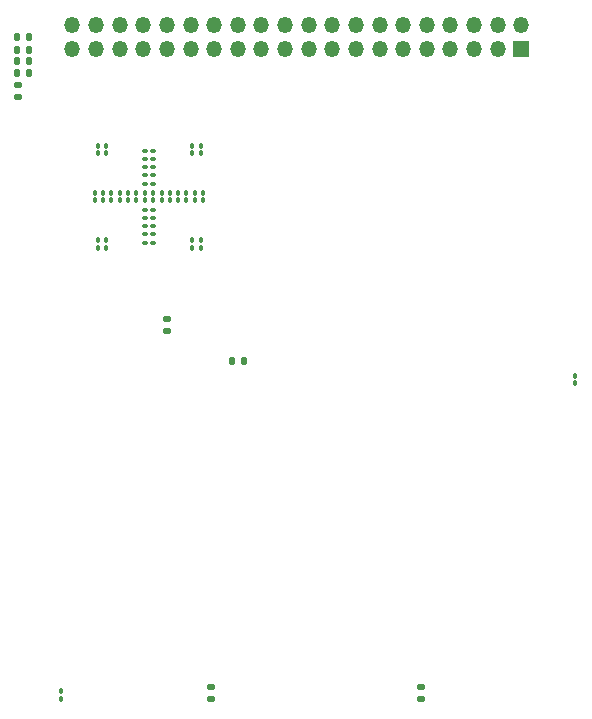
<source format=gbr>
%TF.GenerationSoftware,KiCad,Pcbnew,7.0.10*%
%TF.CreationDate,2024-03-26T21:26:04+03:00*%
%TF.ProjectId,com_1300,636f6d5f-3133-4303-902e-6b696361645f,rev?*%
%TF.SameCoordinates,Original*%
%TF.FileFunction,Soldermask,Bot*%
%TF.FilePolarity,Negative*%
%FSLAX46Y46*%
G04 Gerber Fmt 4.6, Leading zero omitted, Abs format (unit mm)*
G04 Created by KiCad (PCBNEW 7.0.10) date 2024-03-26 21:26:04*
%MOMM*%
%LPD*%
G01*
G04 APERTURE LIST*
G04 Aperture macros list*
%AMRoundRect*
0 Rectangle with rounded corners*
0 $1 Rounding radius*
0 $2 $3 $4 $5 $6 $7 $8 $9 X,Y pos of 4 corners*
0 Add a 4 corners polygon primitive as box body*
4,1,4,$2,$3,$4,$5,$6,$7,$8,$9,$2,$3,0*
0 Add four circle primitives for the rounded corners*
1,1,$1+$1,$2,$3*
1,1,$1+$1,$4,$5*
1,1,$1+$1,$6,$7*
1,1,$1+$1,$8,$9*
0 Add four rect primitives between the rounded corners*
20,1,$1+$1,$2,$3,$4,$5,0*
20,1,$1+$1,$4,$5,$6,$7,0*
20,1,$1+$1,$6,$7,$8,$9,0*
20,1,$1+$1,$8,$9,$2,$3,0*%
G04 Aperture macros list end*
%ADD10R,1.350000X1.350000*%
%ADD11O,1.350000X1.350000*%
%ADD12RoundRect,0.100000X0.130000X0.100000X-0.130000X0.100000X-0.130000X-0.100000X0.130000X-0.100000X0*%
%ADD13RoundRect,0.135000X-0.185000X0.135000X-0.185000X-0.135000X0.185000X-0.135000X0.185000X0.135000X0*%
%ADD14RoundRect,0.100000X-0.100000X0.130000X-0.100000X-0.130000X0.100000X-0.130000X0.100000X0.130000X0*%
%ADD15RoundRect,0.140000X0.140000X0.170000X-0.140000X0.170000X-0.140000X-0.170000X0.140000X-0.170000X0*%
%ADD16RoundRect,0.140000X-0.140000X-0.170000X0.140000X-0.170000X0.140000X0.170000X-0.140000X0.170000X0*%
%ADD17RoundRect,0.100000X0.100000X-0.130000X0.100000X0.130000X-0.100000X0.130000X-0.100000X-0.130000X0*%
%ADD18RoundRect,0.135000X0.185000X-0.135000X0.185000X0.135000X-0.185000X0.135000X-0.185000X-0.135000X0*%
%ADD19RoundRect,0.135000X-0.135000X-0.185000X0.135000X-0.185000X0.135000X0.185000X-0.135000X0.185000X0*%
G04 APERTURE END LIST*
D10*
%TO.C,J1*%
X59000000Y-25000000D03*
D11*
X59000000Y-23000000D03*
X57000000Y-25000000D03*
X57000000Y-23000000D03*
X55000000Y-25000000D03*
X55000000Y-23000000D03*
X53000000Y-25000000D03*
X53000000Y-23000000D03*
X51000000Y-25000000D03*
X51000000Y-23000000D03*
X49000000Y-25000000D03*
X49000000Y-23000000D03*
X47000000Y-25000000D03*
X47000000Y-23000000D03*
X45000000Y-25000000D03*
X45000000Y-23000000D03*
X43000000Y-25000000D03*
X43000000Y-23000000D03*
X41000000Y-25000000D03*
X41000000Y-23000000D03*
X39000000Y-25000000D03*
X39000000Y-23000000D03*
X37000000Y-25000000D03*
X37000000Y-23000000D03*
X35000000Y-25000000D03*
X35000000Y-23000000D03*
X33000000Y-25000000D03*
X33000000Y-23000000D03*
X31000000Y-25000000D03*
X31000000Y-23000000D03*
X29000000Y-25000000D03*
X29000000Y-23000000D03*
X27000000Y-25000000D03*
X27000000Y-23000000D03*
X25000000Y-25000000D03*
X25000000Y-23000000D03*
X23000000Y-25000000D03*
X23000000Y-23000000D03*
X21000000Y-25000000D03*
X21000000Y-23000000D03*
%TD*%
D10*
%TO.C,J1*%
X59000000Y-25000000D03*
D11*
X59000000Y-23000000D03*
X57000000Y-25000000D03*
X57000000Y-23000000D03*
X55000000Y-25000000D03*
X55000000Y-23000000D03*
X53000000Y-25000000D03*
X53000000Y-23000000D03*
X51000000Y-25000000D03*
X51000000Y-23000000D03*
X49000000Y-25000000D03*
X49000000Y-23000000D03*
X47000000Y-25000000D03*
X47000000Y-23000000D03*
X45000000Y-25000000D03*
X45000000Y-23000000D03*
X43000000Y-25000000D03*
X43000000Y-23000000D03*
X41000000Y-25000000D03*
X41000000Y-23000000D03*
X39000000Y-25000000D03*
X39000000Y-23000000D03*
X37000000Y-25000000D03*
X37000000Y-23000000D03*
X35000000Y-25000000D03*
X35000000Y-23000000D03*
X33000000Y-25000000D03*
X33000000Y-23000000D03*
X31000000Y-25000000D03*
X31000000Y-23000000D03*
X29000000Y-25000000D03*
X29000000Y-23000000D03*
X27000000Y-25000000D03*
X27000000Y-23000000D03*
X25000000Y-25000000D03*
X25000000Y-23000000D03*
X23000000Y-25000000D03*
X23000000Y-23000000D03*
X21000000Y-25000000D03*
X21000000Y-23000000D03*
%TD*%
D12*
%TO.C,C64*%
X27820000Y-35000000D03*
X27180000Y-35000000D03*
%TD*%
%TO.C,C72*%
X27820000Y-34300000D03*
X27180000Y-34300000D03*
%TD*%
D13*
%TO.C,R11*%
X29000000Y-47840000D03*
X29000000Y-48860000D03*
%TD*%
D14*
%TO.C,C67*%
X31850000Y-33180000D03*
X31850000Y-33820000D03*
%TD*%
D15*
%TO.C,C24*%
X17300000Y-26050000D03*
X16340000Y-26050000D03*
%TD*%
D16*
%TO.C,C27*%
X16340000Y-24000000D03*
X17300000Y-24000000D03*
%TD*%
D17*
%TO.C,C69*%
X31850000Y-41820000D03*
X31850000Y-41180000D03*
%TD*%
D12*
%TO.C,C74*%
X27820000Y-33600000D03*
X27180000Y-33600000D03*
%TD*%
D14*
%TO.C,C43*%
X28550000Y-37180000D03*
X28550000Y-37820000D03*
%TD*%
%TO.C,C48*%
X32050000Y-37180000D03*
X32050000Y-37820000D03*
%TD*%
D12*
%TO.C,C63*%
X27820000Y-35700000D03*
X27180000Y-35700000D03*
%TD*%
%TO.C,C50*%
X27820000Y-39300000D03*
X27180000Y-39300000D03*
%TD*%
D14*
%TO.C,C47*%
X31350000Y-37180000D03*
X31350000Y-37820000D03*
%TD*%
%TO.C,C36*%
X23600000Y-37180000D03*
X23600000Y-37820000D03*
%TD*%
D16*
%TO.C,C12*%
X16340000Y-27050000D03*
X17300000Y-27050000D03*
%TD*%
D14*
%TO.C,C46*%
X30650000Y-37180000D03*
X30650000Y-37820000D03*
%TD*%
D13*
%TO.C,R16*%
X50477500Y-78990000D03*
X50477500Y-80010000D03*
%TD*%
D17*
%TO.C,C60*%
X23850000Y-41820000D03*
X23850000Y-41180000D03*
%TD*%
D12*
%TO.C,C52*%
X27820000Y-40700000D03*
X27180000Y-40700000D03*
%TD*%
D14*
%TO.C,C41*%
X26400000Y-37180000D03*
X26400000Y-37820000D03*
%TD*%
%TO.C,C35*%
X22900000Y-37180000D03*
X22900000Y-37820000D03*
%TD*%
%TO.C,C57*%
X23150000Y-33180000D03*
X23150000Y-33820000D03*
%TD*%
D12*
%TO.C,C59*%
X27820000Y-36400000D03*
X27180000Y-36400000D03*
%TD*%
%TO.C,C56*%
X27820000Y-41400000D03*
X27180000Y-41400000D03*
%TD*%
D17*
%TO.C,R15*%
X19997500Y-80000000D03*
X19997500Y-79360000D03*
%TD*%
D14*
%TO.C,C75*%
X27850000Y-37180000D03*
X27850000Y-37820000D03*
%TD*%
%TO.C,C44*%
X29250000Y-37180000D03*
X29250000Y-37820000D03*
%TD*%
D18*
%TO.C,R22*%
X16380000Y-29050000D03*
X16380000Y-28030000D03*
%TD*%
D12*
%TO.C,C51*%
X27820000Y-40000000D03*
X27180000Y-40000000D03*
%TD*%
D17*
%TO.C,C11*%
X63580000Y-53320000D03*
X63580000Y-52680000D03*
%TD*%
D14*
%TO.C,C39*%
X25000000Y-37180000D03*
X25000000Y-37820000D03*
%TD*%
%TO.C,C68*%
X31150000Y-33180000D03*
X31150000Y-33820000D03*
%TD*%
D16*
%TO.C,C8*%
X16340000Y-25050000D03*
X17300000Y-25050000D03*
%TD*%
D19*
%TO.C,R3*%
X34490000Y-51400000D03*
X35510000Y-51400000D03*
%TD*%
D14*
%TO.C,C45*%
X29950000Y-37180000D03*
X29950000Y-37820000D03*
%TD*%
%TO.C,C40*%
X25700000Y-37180000D03*
X25700000Y-37820000D03*
%TD*%
%TO.C,C37*%
X24300000Y-37180000D03*
X24300000Y-37820000D03*
%TD*%
D17*
%TO.C,C70*%
X31150000Y-41820000D03*
X31150000Y-41180000D03*
%TD*%
D18*
%TO.C,R17*%
X32697500Y-80010000D03*
X32697500Y-78990000D03*
%TD*%
D17*
%TO.C,C58*%
X23150000Y-41820000D03*
X23150000Y-41180000D03*
%TD*%
D14*
%TO.C,C55*%
X23850000Y-33180000D03*
X23850000Y-33820000D03*
%TD*%
D12*
%TO.C,C49*%
X27820000Y-38600000D03*
X27180000Y-38600000D03*
%TD*%
D14*
%TO.C,C42*%
X27150000Y-37180000D03*
X27150000Y-37820000D03*
%TD*%
M02*

</source>
